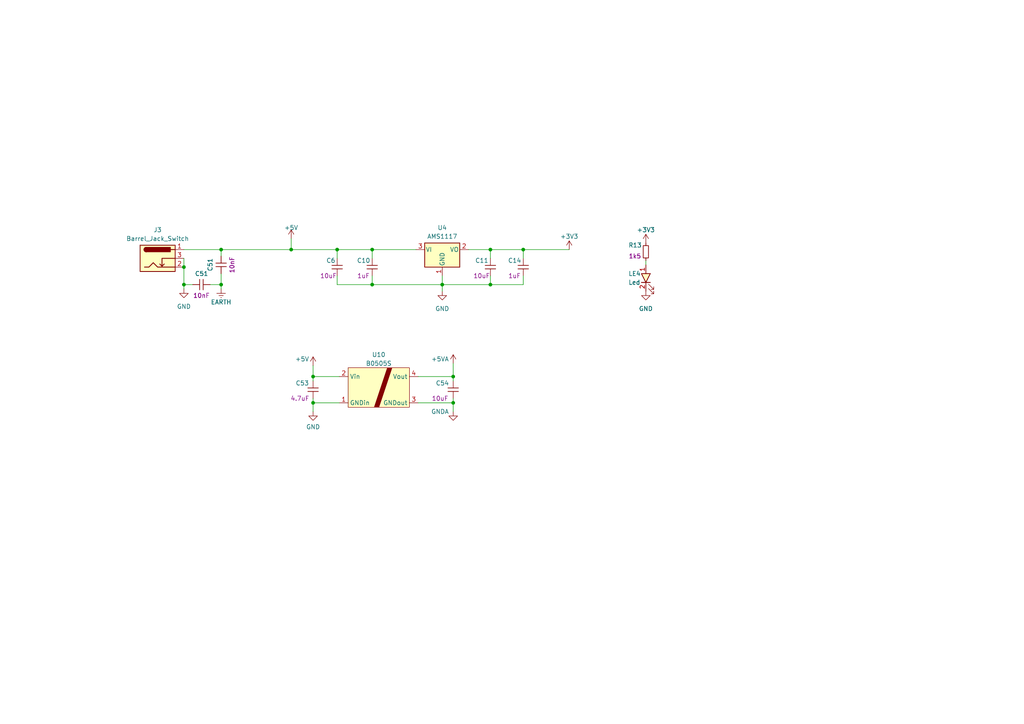
<source format=kicad_sch>
(kicad_sch (version 20230121) (generator eeschema)
  (paper "A4")
  (lib_symbols
    (symbol "Connector:Barrel_Jack_Switch" (pin_names hide)
      (property "Reference" "J" (at 0 5.334 0))
      (property "Value" "Barrel_Jack_Switch" (at 0 -5.08 0))
      (symbol "Barrel_Jack_Switch_0_1"
        (rectangle (start -5.08 3.81) (end 5.08 -3.81) (stroke (width 0.254)) (fill (type background)))
        (arc (start -3.302 3.175) (mid -3.9343 2.54) (end -3.302 1.905) (stroke (width 0.254)))
        (arc (start -3.302 3.175) (mid -3.9343 2.54) (end -3.302 1.905) (stroke (width 0.254)) (fill (type outline)))
        (polyline (pts (xy 1.27 -2.286) (xy 1.905 -1.651)) (stroke (width 0.254)))
        (polyline (pts (xy 5.08 2.54) (xy 3.81 2.54)) (stroke (width 0.254)))
        (polyline (pts (xy 5.08 0) (xy 1.27 0) (xy 1.27 -2.286) (xy 0.635 -1.651)) (stroke (width 0.254)))
        (polyline (pts (xy -3.81 -2.54) (xy -2.54 -2.54) (xy -1.27 -1.27) (xy 0 -2.54) (xy 2.54 -2.54) (xy 5.08 -2.54)) (stroke (width 0.254)))
        (rectangle (start 3.683 3.175) (end -3.302 1.905) (stroke (width 0.254)) (fill (type outline)))
      )
      (symbol "Barrel_Jack_Switch_1_1"
        (pin passive line (at 7.62 2.54 180) (length 2.54) (name "~") (number "1"))
        (pin passive line (at 7.62 -2.54 180) (length 2.54) (name "~") (number "2"))
        (pin passive line (at 7.62 0 180) (length 2.54) (name "~") (number "3"))
      )
    )
    (symbol "DienLIB:C_0603" (pin_numbers hide) (pin_names (offset 0.254) hide)
      (property "Reference" "C" (at 0.254 1.778 0))
      (symbol "C_0603_1_1"
        (polyline (pts (xy -1.524 -0.508) (xy 1.524 -0.508)) (stroke (width 0.2)))
        (polyline (pts (xy -1.524 0.508) (xy 1.524 0.508)) (stroke (width 0.2)))
        (pin passive line (at 0 2.54 270) (length 2.032) (name "~") (number "1"))
        (pin passive line (at 0 -2.54 90) (length 2.032) (name "~") (number "2"))
      )
    )
    (symbol "DienLIB:Powersupply-B0505S"
      (property "Reference" "U" (at 0 0 0))
      (property "Value" "B0505S" (at 0 -10.16 0))
      (symbol "Powersupply-B0505S_0_1"
        (polyline (pts (xy -8.89 4.445) (xy -8.89 -6.985) (xy -1.27 -6.985) (xy 2.54 4.445) (xy -8.89 4.445)) (fill (type background)))
        (polyline (pts (xy 2.54 4.445) (xy 3.81 4.445) (xy 0 -6.985) (xy -1.27 -6.985) (xy 2.54 4.445)) (fill (type outline)))
        (polyline (pts (xy 3.81 4.445) (xy 0 -6.985) (xy 8.89 -6.985) (xy 8.89 4.445) (xy 3.81 4.445)) (fill (type background)))
      )
      (symbol "Powersupply-B0505S_1_1"
        (pin power_in line (at -11.43 -5.715 0) (length 2.54) (name "GNDin") (number "1"))
        (pin power_in line (at -11.43 1.905 0) (length 2.54) (name "Vin") (number "2"))
        (pin power_out line (at 11.43 -5.715 180) (length 2.54) (name "GNDout") (number "3"))
        (pin power_out line (at 11.43 1.905 180) (length 2.54) (name "Vout") (number "4"))
      )
    )
    (symbol "DienLIB:R_0603" (pin_numbers hide) (pin_names (offset 0.254) hide)
      (property "Reference" "R" (at 0.762 0.508 0))
      (symbol "R_0603_0_1"
        (rectangle (start -0.762 1.778) (end 0.762 -1.778) (stroke (width 0.2032)))
      )
      (symbol "R_0603_1_1"
        (pin passive line (at 0 2.54 270) (length 0.762) (name "~") (number "1"))
        (pin passive line (at 0 -2.54 90) (length 0.762) (name "~") (number "2"))
      )
    )
    (symbol "IVS_SYMBOLS:AMS1117" (pin_names (offset 0.254))
      (property "Reference" "U" (at -3.81 3.175 0))
      (property "Value" "AMS1117" (at 0 3.175 0))
      (symbol "AMS1117_0_1"
        (rectangle (start -5.08 -5.08) (end 5.08 1.905) (stroke (width 0.254)) (fill (type background)))
      )
      (symbol "AMS1117_1_1"
        (pin power_in line (at 0 -7.62 90) (length 2.54) (name "GND") (number "1"))
        (pin power_out line (at 7.62 0 180) (length 2.54) (name "VO") (number "2"))
        (pin power_in line (at -7.62 0 0) (length 2.54) (name "VI") (number "3"))
      )
    )
    (symbol "IVS_SYMBOLS:Led"
      (property "Reference" "LE" (at 0.508 -2.794 0))
      (property "Value" "Led" (at -0.254 2.794 0))
      (symbol "Led_0_1"
        (polyline (pts (xy 0 -1.27) (xy 0 1.27)) (stroke (width 0.254)))
        (polyline (pts (xy 2.54 -1.27) (xy 2.54 1.27) (xy 0 0) (xy 2.54 -1.27)) (stroke (width 0.254)) (fill (type background)))
        (polyline (pts (xy -1.778 -0.762) (xy -3.302 -2.286) (xy -2.54 -2.286) (xy -3.302 -2.286) (xy -3.302 -1.524)))
        (polyline (pts (xy -0.508 -0.762) (xy -2.032 -2.286) (xy -1.27 -2.286) (xy -2.032 -2.286) (xy -2.032 -1.524)))
      )
      (symbol "Led_1_1"
        (pin passive line (at 5.08 0 180) (length 2.54) (name "") (number "1"))
        (pin passive line (at -2.54 0 0) (length 2.54) (name "") (number "2"))
      )
    )
    (symbol "power:+3V3" (power) (pin_names (offset 0))
      (property "Value" "+3V3" (at 0 3.556 0))
      (symbol "+3V3_0_1"
        (polyline (pts (xy -0.762 1.27) (xy 0 2.54)))
        (polyline (pts (xy 0 0) (xy 0 2.54)))
        (polyline (pts (xy 0 2.54) (xy 0.762 1.27)))
      )
      (symbol "+3V3_1_1"
        (pin power_in line (at 0 0 90) (length 0) hide (name "+3V3") (number "1"))
      )
    )
    (symbol "power:+5V" (power) (pin_names (offset 0))
      (property "Value" "+5V" (at 0 3.556 0))
      (symbol "+5V_0_1"
        (polyline (pts (xy -0.762 1.27) (xy 0 2.54)))
        (polyline (pts (xy 0 0) (xy 0 2.54)))
        (polyline (pts (xy 0 2.54) (xy 0.762 1.27)))
      )
      (symbol "+5V_1_1"
        (pin power_in line (at 0 0 90) (length 0) hide (name "+5V") (number "1"))
      )
    )
    (symbol "power:+5VA" (power) (pin_names (offset 0))
      (property "Value" "+5VA" (at 0 3.556 0))
      (symbol "+5VA_0_1"
        (polyline (pts (xy -0.762 1.27) (xy 0 2.54)))
        (polyline (pts (xy 0 0) (xy 0 2.54)))
        (polyline (pts (xy 0 2.54) (xy 0.762 1.27)))
      )
      (symbol "+5VA_1_1"
        (pin power_in line (at 0 0 90) (length 0) hide (name "+5VA") (number "1"))
      )
    )
    (symbol "power:GND" (power) (pin_names (offset 0))
      (property "Value" "GND" (at 0 -3.81 0))
      (symbol "GND_0_1"
        (polyline (pts (xy 0 0) (xy 0 -1.27) (xy 1.27 -1.27) (xy 0 -2.54) (xy -1.27 -1.27) (xy 0 -1.27)))
      )
      (symbol "GND_1_1"
        (pin power_in line (at 0 0 270) (length 0) hide (name "GND") (number "1"))
      )
    )
    (symbol "power:GNDA" (power) (pin_names (offset 0))
      (property "Value" "GNDA" (at 0 -3.81 0))
      (symbol "GNDA_0_1"
        (polyline (pts (xy 0 0) (xy 0 -1.27) (xy 1.27 -1.27) (xy 0 -2.54) (xy -1.27 -1.27) (xy 0 -1.27)))
      )
      (symbol "GNDA_1_1"
        (pin power_in line (at 0 0 270) (length 0) hide (name "GNDA") (number "1"))
      )
    )
    (symbol "project:EARTH" (power) (in_bom no) (on_board no)
      (property "Value" "EARTH" (at 0 -3.81 0))
      (symbol "EARTH_0_1"
        (polyline (pts (xy -0.635 -1.905) (xy 0.635 -1.905)))
        (polyline (pts (xy -0.127 -2.54) (xy 0.127 -2.54)))
        (polyline (pts (xy 0 -1.27) (xy 0 0)))
        (polyline (pts (xy 1.27 -1.27) (xy -1.27 -1.27)))
      )
      (symbol "EARTH_1_1"
        (pin power_in line (at 0 0 270) (length 0) hide (name "EARTH") (number "1"))
      )
    )
  )
  (junction (at 107.95 72.39))
  (junction (at 84.455 72.39))
  (junction (at 90.805 109.22))
  (junction (at 53.34 77.47))
  (junction (at 131.445 109.22))
  (junction (at 128.27 82.55))
  (junction (at 107.95 82.55))
  (junction (at 90.805 116.84))
  (junction (at 151.765 72.39))
  (junction (at 64.135 72.39))
  (junction (at 64.135 82.55))
  (junction (at 97.79 72.39))
  (junction (at 53.34 82.55))
  (junction (at 142.24 72.39))
  (junction (at 131.445 116.84))
  (junction (at 142.24 82.55))
  (wire (pts (xy 128.27 84.455) (xy 128.27 82.55)))
  (wire (pts (xy 151.765 82.55) (xy 151.765 80.01)))
  (wire (pts (xy 53.34 74.93) (xy 53.34 77.47)))
  (wire (pts (xy 121.285 109.22) (xy 131.445 109.22)))
  (wire (pts (xy 90.805 119.38) (xy 90.805 116.84)))
  (wire (pts (xy 142.24 72.39) (xy 142.24 74.93)))
  (wire (pts (xy 107.95 82.55) (xy 128.27 82.55)))
  (wire (pts (xy 131.445 115.57) (xy 131.445 116.84)))
  (wire (pts (xy 142.24 72.39) (xy 151.765 72.39)))
  (wire (pts (xy 128.27 82.55) (xy 142.24 82.55)))
  (wire (pts (xy 53.34 82.55) (xy 53.34 77.47)))
  (wire (pts (xy 121.285 116.84) (xy 131.445 116.84)))
  (wire (pts (xy 64.135 72.39) (xy 84.455 72.39)))
  (wire (pts (xy 97.79 82.55) (xy 107.95 82.55)))
  (wire (pts (xy 187.325 75.565) (xy 187.325 76.835)))
  (wire (pts (xy 90.805 115.57) (xy 90.805 116.84)))
  (wire (pts (xy 165.1 72.39) (xy 151.765 72.39)))
  (wire (pts (xy 107.95 80.01) (xy 107.95 82.55)))
  (wire (pts (xy 107.95 72.39) (xy 120.65 72.39)))
  (wire (pts (xy 151.765 72.39) (xy 151.765 74.93)))
  (wire (pts (xy 84.455 69.215) (xy 84.455 72.39)))
  (wire (pts (xy 97.79 72.39) (xy 107.95 72.39)))
  (wire (pts (xy 53.34 83.82) (xy 53.34 82.55)))
  (wire (pts (xy 64.135 79.375) (xy 64.135 82.55)))
  (wire (pts (xy 131.445 116.84) (xy 131.445 119.38)))
  (wire (pts (xy 135.89 72.39) (xy 142.24 72.39)))
  (wire (pts (xy 84.455 72.39) (xy 97.79 72.39)))
  (wire (pts (xy 97.79 82.55) (xy 97.79 80.01)))
  (wire (pts (xy 53.34 72.39) (xy 64.135 72.39)))
  (wire (pts (xy 90.805 109.22) (xy 90.805 110.49)))
  (wire (pts (xy 107.95 74.93) (xy 107.95 72.39)))
  (wire (pts (xy 60.96 82.55) (xy 64.135 82.55)))
  (wire (pts (xy 64.135 83.82) (xy 64.135 82.55)))
  (wire (pts (xy 128.27 80.01) (xy 128.27 82.55)))
  (wire (pts (xy 97.79 74.93) (xy 97.79 72.39)))
  (wire (pts (xy 142.24 82.55) (xy 151.765 82.55)))
  (wire (pts (xy 142.24 80.01) (xy 142.24 82.55)))
  (wire (pts (xy 90.805 109.22) (xy 98.425 109.22)))
  (wire (pts (xy 90.805 106.045) (xy 90.805 109.22)))
  (wire (pts (xy 90.805 116.84) (xy 98.425 116.84)))
  (wire (pts (xy 131.445 109.22) (xy 131.445 110.49)))
  (wire (pts (xy 53.34 82.55) (xy 55.88 82.55)))
  (wire (pts (xy 64.135 74.295) (xy 64.135 72.39)))
  (wire (pts (xy 131.445 109.22) (xy 131.445 105.41)))
  (symbol (lib_id "project:EARTH") (at 64.135 83.82 0) (unit 1) (in_bom no) (on_board no)
    (property "Reference" "#PWR035" (effects hide))
    (property "Value" "EARTH" (at 64.135 87.63 0))
    (instances (project "gateway" (path "" (reference "#PWR035") (unit 1)) (path "" (reference "#PWR035") (unit 1)) (path "" (reference "#PWR035") (unit 1))) (project "main" (path "" (reference "#PWR063") (unit 1))))
  )
  (symbol (lib_id "DienLIB:C_0603") (at 58.42 82.55 270) (unit 1)
    (property "Reference" "C51" (at 56.515 79.375 90) (effects (justify left)))
    (property "Value" "10nF_50V" (effects hide))
    (property "Footprint" "DienLIB:C_1206" (effects hide))
    (property "symbol" "10nF" (at 58.42 85.725 90))
    (instances (project "gateway" (path "" (reference "C51") (unit 1)) (path "" (reference "C52") (unit 1))))
  )
  (symbol (lib_id "DienLIB:C_0603") (at 151.765 77.47 0) (unit 1)
    (property "Reference" "C14" (at 147.32 75.565 0) (effects (justify left)))
    (property "Value" "1uF_50V" (effects hide))
    (property "Footprint" "DienLIB:C_0603" (effects hide))
    (property "symbol" "1uF" (at 149.225 80.01 0))
  )
  (symbol (lib_id "DienLIB:C_0603") (at 97.79 77.47 0) (unit 1)
    (property "Reference" "C6" (at 94.615 75.565 0) (effects (justify left)))
    (property "Value" "10uF_50V" (effects hide))
    (property "Footprint" "DienLIB:C_0603" (effects hide))
    (property "symbol" "10uF" (at 95.25 80.01 0))
  )
  (symbol (lib_id "DienLIB:R_0603") (at 187.325 73.025 0) (unit 1)
    (property "Reference" "R13" (at 182.245 71.12 0) (effects (justify left)))
    (property "Value" "1k5_1%_0.1W" (effects hide))
    (property "Footprint" "DienLIB:R_0603" (effects hide))
    (property "symbol" "1k5" (at 184.15 74.295 0))
    (instances (project "gateway" (path "" (reference "R13") (unit 1)) (path "" (reference "R15") (unit 1)) (path "" (reference "R42") (unit 1)) (path "" (reference "R43") (unit 1))))
  )
  (symbol (lib_id "power:GND") (at 90.805 119.38 0) (unit 1)
    (property "Reference" "#PWR097" (effects hide))
    (property "Value" "GND" (at 90.805 123.825 0))
  )
  (symbol (lib_id "DienLIB:Powersupply-B0505S") (at 109.855 111.125 0) (unit 1)
    (property "Reference" "U10" (at 109.855 102.87 0))
    (property "Value" "B0505S" (at 109.855 105.41 0))
    (property "Footprint" "DienLIB:Powersupply_B0505S-1W" (effects hide))
  )
  (symbol (lib_id "Connector:Barrel_Jack_Switch") (at 45.72 74.93 0) (unit 1)
    (property "Reference" "J3" (at 45.72 66.675 0))
    (property "Value" "Barrel_Jack_Switch" (at 45.72 69.215 0))
    (property "Footprint" "DienLIB:DC_PowerJack_5mm_THT" (effects hide))
  )
  (symbol (lib_id "power:GNDA") (at 131.445 119.38 0) (unit 1)
    (property "Reference" "#PWR0121" (effects hide))
    (property "Value" "GNDA" (at 127.635 119.38 0))
    (instances (project "DLAnhDan_BoardTruyenDuLieu" (path "" (reference "#PWR0121") (unit 1))) (project "gateway" (path "" (reference "#PWR016") (unit 1)) (path "" (reference "#PWR099") (unit 1))))
  )
  (symbol (lib_id "power:+5V") (at 84.455 69.215 0) (unit 1)
    (property "Reference" "#PWR052" (effects hide))
    (property "Value" "+5V" (at 84.455 66.04 0))
  )
  (symbol (lib_id "power:GND") (at 128.27 84.455 0) (unit 1)
    (property "Reference" "#PWR054" (effects hide))
    (property "Value" "GND" (at 128.27 89.535 0))
  )
  (symbol (lib_id "DienLIB:C_0603") (at 90.805 113.03 0) (unit 1)
    (property "Reference" "C53" (at 85.725 111.125 0) (effects (justify left)))
    (property "Value" "4.7uF_50V" (effects hide))
    (property "Footprint" "DienLIB:C_0603" (effects hide))
    (property "symbol" "4.7uF" (at 86.995 115.57 0))
  )
  (symbol (lib_id "power:+5V") (at 90.805 106.045 0) (unit 1)
    (property "Reference" "#PWR037" (effects hide))
    (property "Value" "+5V" (at 87.63 104.14 0))
  )
  (symbol (lib_id "power:GND") (at 187.325 84.455 0) (unit 1)
    (property "Reference" "#PWR094" (effects hide))
    (property "Value" "GND" (at 187.325 89.535 0))
  )
  (symbol (lib_id "DienLIB:C_0603") (at 107.95 77.47 0) (unit 1)
    (property "Reference" "C10" (at 103.505 75.565 0) (effects (justify left)))
    (property "Value" "1uF_50V" (effects hide))
    (property "Footprint" "DienLIB:C_0603" (effects hide))
    (property "symbol" "1uF" (at 105.41 80.01 0))
  )
  (symbol (lib_id "DienLIB:C_0603") (at 142.24 77.47 0) (unit 1)
    (property "Reference" "C11" (at 137.795 75.565 0) (effects (justify left)))
    (property "Value" "10uF_50V" (effects hide))
    (property "Footprint" "DienLIB:C_0603" (effects hide))
    (property "symbol" "10uF" (at 139.7 80.01 0))
  )
  (symbol (lib_id "power:+3V3") (at 187.325 70.485 0) (unit 1)
    (property "Reference" "#PWR093" (effects hide))
    (property "Value" "+3V3" (at 187.325 66.675 0))
    (instances (project "gateway" (path "" (reference "#PWR093") (unit 1)) (path "" (reference "#PWR092") (unit 1))))
  )
  (symbol (lib_id "IVS_SYMBOLS:Led") (at 187.325 81.915 90) (unit 1)
    (property "Reference" "LE4" (at 182.245 79.375 90) (effects (justify right)))
    (property "Value" "Led" (at 182.245 81.915 90) (effects (justify right)))
    (property "Footprint" "IVS_FOOTPRINTS:LED0603" (effects hide))
    (instances (project "gateway" (path "" (reference "LE4") (unit 1)) (path "" (reference "LE5") (unit 1))))
  )
  (symbol (lib_id "DienLIB:C_0603") (at 131.445 113.03 0) (unit 1)
    (property "Reference" "C54" (at 126.365 111.125 0) (effects (justify left)))
    (property "Value" "10uF_50V" (effects hide))
    (property "Footprint" "DienLIB:C_0603" (effects hide))
    (property "symbol" "10uF" (at 127.635 115.57 0))
  )
  (symbol (lib_id "IVS_SYMBOLS:AMS1117") (at 128.27 72.39 0) (unit 1)
    (property "Reference" "U4" (at 128.27 66.04 0))
    (property "Value" "AMS1117" (at 128.27 68.58 0))
    (property "Footprint" "IVS_FOOTPRINTS:SOT233" (effects hide))
    (property "Datasheet" "http://www.advanced-monolithic.com/pdf/ds1117.pdf" (effects hide))
  )
  (symbol (lib_id "power:GND") (at 53.34 83.82 0) (unit 1)
    (property "Reference" "#PWR053" (effects hide))
    (property "Value" "GND" (at 53.34 88.9 0))
  )
  (symbol (lib_id "power:+3V3") (at 165.1 72.39 0) (unit 1)
    (property "Reference" "#PWR055" (effects hide))
    (property "Value" "+3V3" (at 165.1 68.58 0))
  )
  (symbol (lib_id "power:+5VA") (at 131.445 105.41 0) (unit 1)
    (property "Reference" "#PWR085" (effects hide))
    (property "Value" "+5VA" (at 127.635 104.14 0))
    (instances (project "DLAnhDan_BoardTruyenDuLieu" (path "" (reference "#PWR085") (unit 1))) (project "gateway" (path "" (reference "#PWR014") (unit 1)) (path "" (reference "#PWR098") (unit 1))))
  )
  (symbol (lib_id "DienLIB:C_0603") (at 64.135 76.835 0) (unit 1)
    (property "Reference" "C51" (at 60.96 78.74 90) (effects (justify left)))
    (property "Value" "10nF_50V" (effects hide))
    (property "Footprint" "DienLIB:C_1206" (effects hide))
    (property "symbol" "10nF" (at 67.31 76.835 90))
    (instances (project "gateway" (path "" (reference "C51") (unit 1)) (path "" (reference "C30") (unit 1))))
  )
)
</source>
